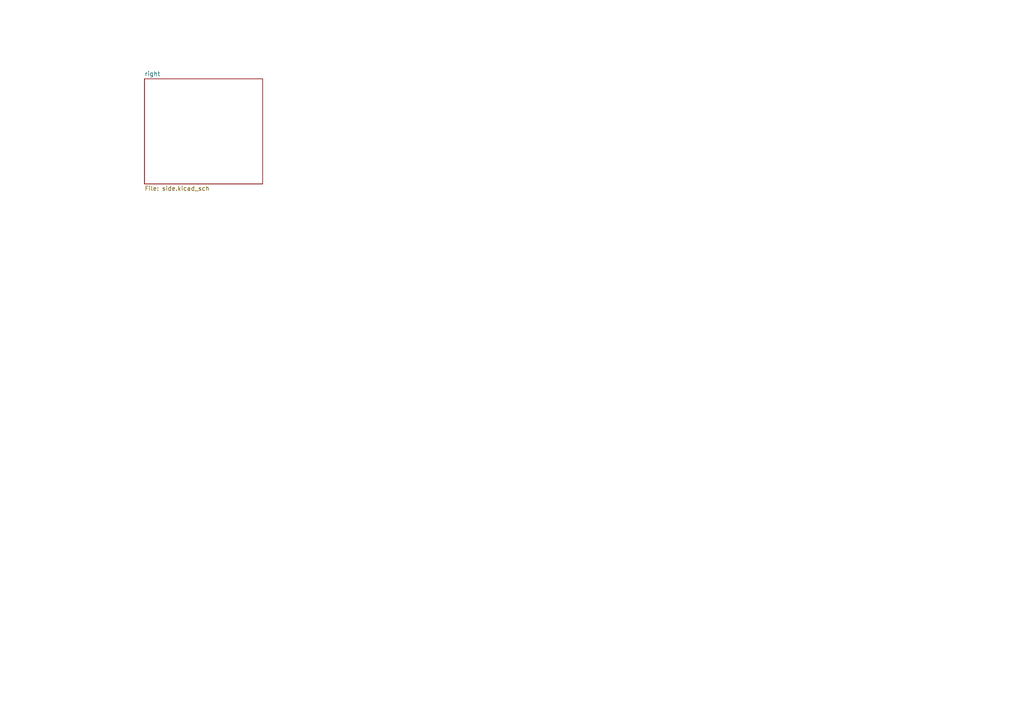
<source format=kicad_sch>
(kicad_sch
	(version 20250114)
	(generator "eeschema")
	(generator_version "9.0")
	(uuid "2b218e36-9b9e-4bec-ac09-11aef000af88")
	(paper "A4")
	(lib_symbols)
	(sheet
		(at 41.91 22.86)
		(size 34.29 30.48)
		(exclude_from_sim no)
		(in_bom yes)
		(on_board yes)
		(dnp no)
		(fields_autoplaced yes)
		(stroke
			(width 0.1524)
			(type solid)
		)
		(fill
			(color 0 0 0 0.0000)
		)
		(uuid "6c5e76ba-80c8-4a7c-ade9-f2726c2d2047")
		(property "Sheetname" "right"
			(at 41.91 22.1484 0)
			(effects
				(font
					(size 1.27 1.27)
				)
				(justify left bottom)
			)
		)
		(property "Sheetfile" "side.kicad_sch"
			(at 41.91 53.9246 0)
			(effects
				(font
					(size 1.27 1.27)
				)
				(justify left top)
			)
		)
		(instances
			(project "kaya"
				(path "/2b218e36-9b9e-4bec-ac09-11aef000af88"
					(page "3")
				)
			)
		)
	)
	(sheet_instances
		(path "/"
			(page "1")
		)
	)
	(embedded_fonts no)
)

</source>
